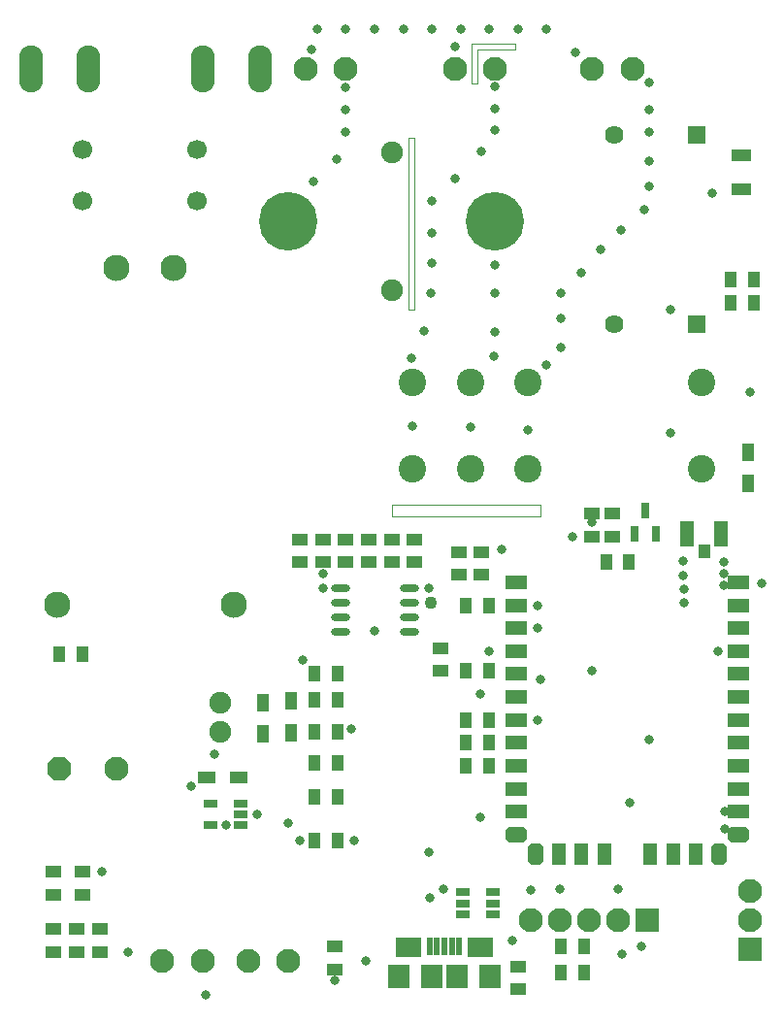
<source format=gts>
G04 Layer_Color=8388736*
%FSLAX25Y25*%
%MOIN*%
G70*
G01*
G75*
%ADD43C,0.00394*%
%ADD45C,0.09055*%
%ADD60R,0.07480X0.05118*%
G04:AMPARAMS|DCode=61|XSize=51.18mil|YSize=74.8mil|CornerRadius=0mil|HoleSize=0mil|Usage=FLASHONLY|Rotation=90.000|XOffset=0mil|YOffset=0mil|HoleType=Round|Shape=Octagon|*
%AMOCTAGOND61*
4,1,8,-0.03740,-0.01279,-0.03740,0.01279,-0.02461,0.02559,0.02461,0.02559,0.03740,0.01279,0.03740,-0.01279,0.02461,-0.02559,-0.02461,-0.02559,-0.03740,-0.01279,0.0*
%
%ADD61OCTAGOND61*%

G04:AMPARAMS|DCode=62|XSize=51.18mil|YSize=74.8mil|CornerRadius=0mil|HoleSize=0mil|Usage=FLASHONLY|Rotation=180.000|XOffset=0mil|YOffset=0mil|HoleType=Round|Shape=Octagon|*
%AMOCTAGOND62*
4,1,8,0.01279,-0.03740,-0.01279,-0.03740,-0.02559,-0.02461,-0.02559,0.02461,-0.01279,0.03740,0.01279,0.03740,0.02559,0.02461,0.02559,-0.02461,0.01279,-0.03740,0.0*
%
%ADD62OCTAGOND62*%

%ADD63R,0.05118X0.07480*%
%ADD64R,0.06693X0.04331*%
%ADD65R,0.04331X0.05315*%
%ADD66R,0.05315X0.04331*%
%ADD67R,0.04331X0.06299*%
%ADD68R,0.04331X0.04528*%
%ADD69R,0.04528X0.09055*%
%ADD70R,0.04724X0.02756*%
%ADD71O,0.06685X0.02756*%
%ADD72R,0.02756X0.05512*%
%ADD73R,0.01968X0.05905*%
%ADD74R,0.08661X0.06693*%
%ADD75R,0.07480X0.07874*%
%ADD76R,0.07283X0.07874*%
%ADD77R,0.06299X0.04331*%
%ADD78C,0.04331*%
%ADD79C,0.07480*%
%ADD80C,0.09449*%
%ADD81C,0.08268*%
%ADD82P,0.08949X8X22.5*%
%ADD83C,0.06693*%
%ADD84C,0.20079*%
%ADD85R,0.06394X0.06394*%
%ADD86C,0.06394*%
%ADD87O,0.08268X0.16142*%
%ADD88R,0.08268X0.08268*%
%ADD89R,0.08268X0.08268*%
%ADD90C,0.03150*%
D43*
X139764Y238189D02*
X141732D01*
X139764D02*
Y297244D01*
X141732D01*
Y238189D02*
Y297244D01*
X185039Y167323D02*
Y171260D01*
X133858Y167323D02*
X185039D01*
X133858D02*
Y171260D01*
X185039D01*
X163386Y315945D02*
Y327756D01*
X176181D01*
Y329724D01*
X161417D02*
X176181D01*
X161417Y315945D02*
Y329724D01*
Y315945D02*
X163386D01*
D45*
X59055Y252756D02*
D03*
X39370D02*
D03*
X79528Y137008D02*
D03*
X18898D02*
D03*
D60*
X176575Y144685D02*
D03*
Y136811D02*
D03*
Y121063D02*
D03*
Y128937D02*
D03*
Y97441D02*
D03*
Y89567D02*
D03*
Y105315D02*
D03*
Y113189D02*
D03*
Y81693D02*
D03*
Y73819D02*
D03*
Y65945D02*
D03*
X252953D02*
D03*
Y73819D02*
D03*
Y81693D02*
D03*
Y113189D02*
D03*
Y105315D02*
D03*
Y89567D02*
D03*
Y97441D02*
D03*
Y128937D02*
D03*
Y121063D02*
D03*
Y136811D02*
D03*
Y144685D02*
D03*
D61*
X176575Y58071D02*
D03*
X252953Y58071D02*
D03*
D62*
X183268Y51378D02*
D03*
X246260D02*
D03*
D63*
X191142D02*
D03*
X199016D02*
D03*
X206890D02*
D03*
X222638D02*
D03*
X230512D02*
D03*
X238386D02*
D03*
D64*
X253937Y291339D02*
D03*
Y279528D02*
D03*
D65*
X215354Y151575D02*
D03*
X207480D02*
D03*
X19685Y120079D02*
D03*
X27559D02*
D03*
X115157Y113189D02*
D03*
X107283D02*
D03*
Y93504D02*
D03*
X115157D02*
D03*
X107283Y82677D02*
D03*
X115157D02*
D03*
Y70866D02*
D03*
X107283D02*
D03*
X167323Y136811D02*
D03*
X159449D02*
D03*
X159449Y81693D02*
D03*
X167323D02*
D03*
X250295Y240748D02*
D03*
X258169D02*
D03*
X250295Y248524D02*
D03*
X258169D02*
D03*
X115157Y104331D02*
D03*
X107283D02*
D03*
X191929Y10827D02*
D03*
X199803D02*
D03*
X159449Y89567D02*
D03*
X167323D02*
D03*
Y97441D02*
D03*
X159449D02*
D03*
X191929Y19685D02*
D03*
X199803D02*
D03*
X159449Y114173D02*
D03*
X167323D02*
D03*
X115157Y56102D02*
D03*
X107283D02*
D03*
D66*
X202756Y160433D02*
D03*
Y168307D02*
D03*
X125984Y151575D02*
D03*
Y159449D02*
D03*
X133858D02*
D03*
Y151575D02*
D03*
X141732D02*
D03*
Y159449D02*
D03*
X25591Y17717D02*
D03*
Y25591D02*
D03*
X33465D02*
D03*
Y17717D02*
D03*
X156890Y147244D02*
D03*
Y155118D02*
D03*
X164469D02*
D03*
Y147244D02*
D03*
X118110Y151575D02*
D03*
Y159449D02*
D03*
X110236Y151575D02*
D03*
Y159449D02*
D03*
X102362D02*
D03*
Y151575D02*
D03*
X17717Y45276D02*
D03*
Y37402D02*
D03*
Y25591D02*
D03*
Y17717D02*
D03*
X114173Y19685D02*
D03*
Y11811D02*
D03*
X27559Y45276D02*
D03*
Y37402D02*
D03*
X209646Y168307D02*
D03*
Y160433D02*
D03*
X177165Y4921D02*
D03*
Y12795D02*
D03*
X150492Y114173D02*
D03*
Y122047D02*
D03*
D67*
X89567Y103347D02*
D03*
Y92520D02*
D03*
X256201Y178642D02*
D03*
Y189469D02*
D03*
X99410Y103839D02*
D03*
Y93012D02*
D03*
D68*
X241142Y155413D02*
D03*
D69*
X235335Y161417D02*
D03*
X246949D02*
D03*
D70*
X158268Y30709D02*
D03*
Y34449D02*
D03*
Y38189D02*
D03*
X168504D02*
D03*
Y34449D02*
D03*
Y30709D02*
D03*
X81890Y61221D02*
D03*
Y64961D02*
D03*
Y68701D02*
D03*
X71653D02*
D03*
Y61221D02*
D03*
D71*
X116437Y142736D02*
D03*
Y137736D02*
D03*
Y132736D02*
D03*
Y127736D02*
D03*
X140059Y142736D02*
D03*
Y137736D02*
D03*
Y132736D02*
D03*
Y127736D02*
D03*
D72*
X220866Y169488D02*
D03*
X224606Y161221D02*
D03*
X217126D02*
D03*
D73*
X146850Y19685D02*
D03*
X149409D02*
D03*
X151969D02*
D03*
X154528D02*
D03*
X157087D02*
D03*
D74*
X139764Y19291D02*
D03*
X164173D02*
D03*
D75*
X136221Y9252D02*
D03*
X167717D02*
D03*
D76*
X147539D02*
D03*
X156398D02*
D03*
D77*
X70374Y77756D02*
D03*
X81201D02*
D03*
D78*
X147382Y137736D02*
D03*
D79*
X74803Y103347D02*
D03*
Y93504D02*
D03*
X133858Y292323D02*
D03*
Y245079D02*
D03*
D80*
X141102Y213307D02*
D03*
X160945D02*
D03*
X180787D02*
D03*
X141102Y183543D02*
D03*
X240315D02*
D03*
Y213307D02*
D03*
X180787Y183543D02*
D03*
X160945D02*
D03*
D81*
X39370Y80709D02*
D03*
X118110Y320866D02*
D03*
X104331D02*
D03*
X169291D02*
D03*
X155512D02*
D03*
X216535D02*
D03*
X202756D02*
D03*
X84646Y14764D02*
D03*
X98425D02*
D03*
X256890Y38543D02*
D03*
Y28543D02*
D03*
X181772D02*
D03*
X191772D02*
D03*
X211772D02*
D03*
X201772D02*
D03*
X55118Y14764D02*
D03*
X68898D02*
D03*
D82*
X19685Y80709D02*
D03*
D83*
X66929Y293307D02*
D03*
X27559D02*
D03*
X66929Y275590D02*
D03*
X27559D02*
D03*
D84*
X98425Y268701D02*
D03*
X169291D02*
D03*
D85*
X238779Y298425D02*
D03*
Y233465D02*
D03*
D86*
X210434Y298425D02*
D03*
Y233464D02*
D03*
D87*
X9843Y320866D02*
D03*
X29528D02*
D03*
X68898D02*
D03*
X88583D02*
D03*
D88*
X256890Y18543D02*
D03*
D89*
X221772Y28543D02*
D03*
D90*
X155512Y328740D02*
D03*
X106299Y327756D02*
D03*
X180787Y196850D02*
D03*
X187008Y219488D02*
D03*
X191929Y225394D02*
D03*
Y235236D02*
D03*
Y244094D02*
D03*
X198819Y250984D02*
D03*
X205709Y258858D02*
D03*
X212598Y265748D02*
D03*
X220472Y272638D02*
D03*
X222441Y280512D02*
D03*
Y289370D02*
D03*
Y299213D02*
D03*
Y307087D02*
D03*
X222146Y316339D02*
D03*
X164567Y292520D02*
D03*
X169291Y307480D02*
D03*
Y314961D02*
D03*
Y300000D02*
D03*
X233858Y151969D02*
D03*
X234055Y146949D02*
D03*
X234154Y142323D02*
D03*
Y137795D02*
D03*
X248031Y147638D02*
D03*
Y143701D02*
D03*
Y151575D02*
D03*
X244094Y278346D02*
D03*
X169291Y253543D02*
D03*
Y244094D02*
D03*
Y230709D02*
D03*
X168898Y222441D02*
D03*
X160945Y198031D02*
D03*
X141102Y198425D02*
D03*
X140551Y221654D02*
D03*
X144882Y231102D02*
D03*
X147244Y244094D02*
D03*
X147638Y254331D02*
D03*
Y264567D02*
D03*
Y275591D02*
D03*
X155512Y283465D02*
D03*
X107087Y282283D02*
D03*
X114961Y290158D02*
D03*
X118110Y299213D02*
D03*
Y307087D02*
D03*
Y314567D02*
D03*
X196850Y326772D02*
D03*
X187008Y334646D02*
D03*
X177165D02*
D03*
X167323D02*
D03*
X157480D02*
D03*
X147638D02*
D03*
X137795D02*
D03*
X127953D02*
D03*
X118110D02*
D03*
X108268D02*
D03*
X229528Y238189D02*
D03*
X248425Y65945D02*
D03*
Y59842D02*
D03*
X219488Y19685D02*
D03*
X212913Y17047D02*
D03*
X215551Y68898D02*
D03*
X125000Y14764D02*
D03*
X43307Y17717D02*
D03*
X167323Y121063D02*
D03*
X202756Y114173D02*
D03*
X222441Y90551D02*
D03*
X164370Y106299D02*
D03*
X184055Y97441D02*
D03*
X146653Y52165D02*
D03*
X103347Y118110D02*
D03*
X120079Y94488D02*
D03*
X98425Y62008D02*
D03*
X175197Y21654D02*
D03*
X76968Y61221D02*
D03*
X87598Y64961D02*
D03*
X34449Y45276D02*
D03*
X72835Y85630D02*
D03*
X64961Y74803D02*
D03*
X184055Y136811D02*
D03*
Y128937D02*
D03*
X246063Y121063D02*
D03*
X181772Y39055D02*
D03*
X211772Y39213D02*
D03*
X191772D02*
D03*
X171555Y155905D02*
D03*
X110236Y147638D02*
D03*
X146653Y142717D02*
D03*
X185039Y111221D02*
D03*
X110256Y142736D02*
D03*
X257087Y209842D02*
D03*
X260827Y144473D02*
D03*
X127953Y127953D02*
D03*
X229528Y196063D02*
D03*
X195866Y160433D02*
D03*
X202756Y165354D02*
D03*
X114173Y7874D02*
D03*
X69882Y2953D02*
D03*
X151575Y39370D02*
D03*
X146850Y36220D02*
D03*
X121063Y56102D02*
D03*
X102362D02*
D03*
X164370Y63976D02*
D03*
M02*

</source>
